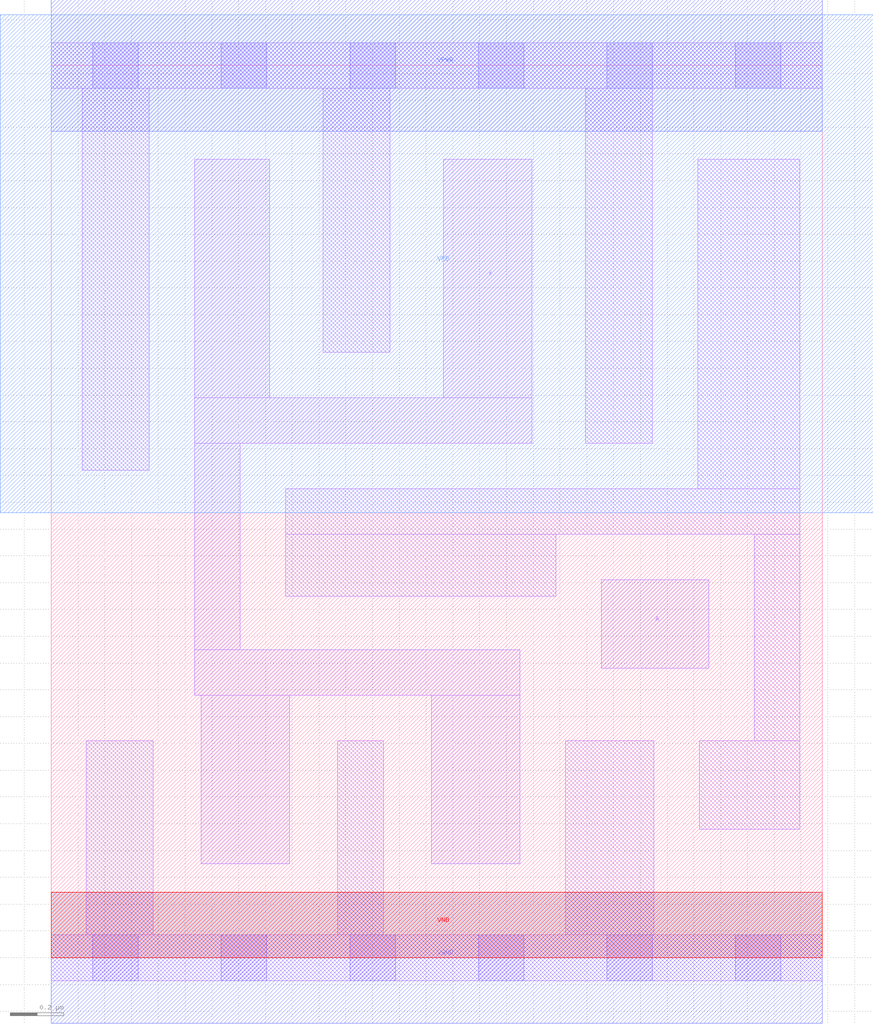
<source format=lef>
# Copyright 2020 The SkyWater PDK Authors
#
# Licensed under the Apache License, Version 2.0 (the "License");
# you may not use this file except in compliance with the License.
# You may obtain a copy of the License at
#
#     https://www.apache.org/licenses/LICENSE-2.0
#
# Unless required by applicable law or agreed to in writing, software
# distributed under the License is distributed on an "AS IS" BASIS,
# WITHOUT WARRANTIES OR CONDITIONS OF ANY KIND, either express or implied.
# See the License for the specific language governing permissions and
# limitations under the License.
#
# SPDX-License-Identifier: Apache-2.0

VERSION 5.7 ;
  NOWIREEXTENSIONATPIN ON ;
  DIVIDERCHAR "/" ;
  BUSBITCHARS "[]" ;
MACRO sky130_fd_sc_ms__clkbuf_4
  CLASS CORE ;
  FOREIGN sky130_fd_sc_ms__clkbuf_4 ;
  ORIGIN  0.000000  0.000000 ;
  SIZE  2.880000 BY  3.330000 ;
  SYMMETRY X Y ;
  SITE unit ;
  PIN A
    ANTENNAGATEAREA  0.264600 ;
    DIRECTION INPUT ;
    USE SIGNAL ;
    PORT
      LAYER li1 ;
        RECT 2.055000 1.080000 2.455000 1.410000 ;
    END
  END A
  PIN X
    ANTENNADIFFAREA  0.856800 ;
    DIRECTION OUTPUT ;
    USE SIGNAL ;
    PORT
      LAYER li1 ;
        RECT 0.535000 0.980000 1.750000 1.150000 ;
        RECT 0.535000 1.150000 0.705000 1.920000 ;
        RECT 0.535000 1.920000 1.795000 2.090000 ;
        RECT 0.535000 2.090000 0.815000 2.980000 ;
        RECT 0.560000 0.350000 0.890000 0.980000 ;
        RECT 1.420000 0.350000 1.750000 0.980000 ;
        RECT 1.465000 2.090000 1.795000 2.980000 ;
    END
  END X
  PIN VGND
    DIRECTION INOUT ;
    USE GROUND ;
    PORT
      LAYER met1 ;
        RECT 0.000000 -0.245000 2.880000 0.245000 ;
    END
  END VGND
  PIN VNB
    DIRECTION INOUT ;
    USE GROUND ;
    PORT
      LAYER pwell ;
        RECT 0.000000 0.000000 2.880000 0.245000 ;
    END
  END VNB
  PIN VPB
    DIRECTION INOUT ;
    USE POWER ;
    PORT
      LAYER nwell ;
        RECT -0.190000 1.660000 3.070000 3.520000 ;
    END
  END VPB
  PIN VPWR
    DIRECTION INOUT ;
    USE POWER ;
    PORT
      LAYER met1 ;
        RECT 0.000000 3.085000 2.880000 3.575000 ;
    END
  END VPWR
  OBS
    LAYER li1 ;
      RECT 0.000000 -0.085000 2.880000 0.085000 ;
      RECT 0.000000  3.245000 2.880000 3.415000 ;
      RECT 0.115000  1.820000 0.365000 3.245000 ;
      RECT 0.130000  0.085000 0.380000 0.810000 ;
      RECT 0.875000  1.350000 1.885000 1.580000 ;
      RECT 0.875000  1.580000 2.795000 1.750000 ;
      RECT 1.015000  2.260000 1.265000 3.245000 ;
      RECT 1.070000  0.085000 1.240000 0.810000 ;
      RECT 1.920000  0.085000 2.250000 0.810000 ;
      RECT 1.995000  1.920000 2.245000 3.245000 ;
      RECT 2.415000  1.750000 2.795000 2.980000 ;
      RECT 2.420000  0.480000 2.795000 0.810000 ;
      RECT 2.625000  0.810000 2.795000 1.580000 ;
    LAYER mcon ;
      RECT 0.155000 -0.085000 0.325000 0.085000 ;
      RECT 0.155000  3.245000 0.325000 3.415000 ;
      RECT 0.635000 -0.085000 0.805000 0.085000 ;
      RECT 0.635000  3.245000 0.805000 3.415000 ;
      RECT 1.115000 -0.085000 1.285000 0.085000 ;
      RECT 1.115000  3.245000 1.285000 3.415000 ;
      RECT 1.595000 -0.085000 1.765000 0.085000 ;
      RECT 1.595000  3.245000 1.765000 3.415000 ;
      RECT 2.075000 -0.085000 2.245000 0.085000 ;
      RECT 2.075000  3.245000 2.245000 3.415000 ;
      RECT 2.555000 -0.085000 2.725000 0.085000 ;
      RECT 2.555000  3.245000 2.725000 3.415000 ;
  END
END sky130_fd_sc_ms__clkbuf_4
END LIBRARY

</source>
